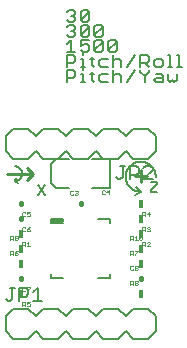
<source format=gbr>
G04 EAGLE Gerber RS-274X export*
G75*
%MOMM*%
%FSLAX34Y34*%
%LPD*%
%INSilkscreen Top*%
%IPPOS*%
%AMOC8*
5,1,8,0,0,1.08239X$1,22.5*%
G01*
%ADD10C,0.203200*%
%ADD11C,0.254000*%
%ADD12C,0.279400*%
%ADD13C,0.152400*%
%ADD14C,0.177800*%
%ADD15C,0.406400*%
%ADD16C,0.025400*%
%ADD17R,0.406400X0.711200*%
%ADD18C,0.127000*%


D10*
X20320Y133350D02*
X20478Y133352D01*
X20637Y133358D01*
X20795Y133368D01*
X20952Y133382D01*
X21110Y133399D01*
X21266Y133421D01*
X21423Y133446D01*
X21578Y133476D01*
X21733Y133509D01*
X21887Y133546D01*
X22040Y133587D01*
X22192Y133632D01*
X22342Y133681D01*
X22492Y133733D01*
X22640Y133789D01*
X22787Y133849D01*
X22932Y133912D01*
X23075Y133979D01*
X23217Y134049D01*
X23357Y134123D01*
X23495Y134201D01*
X23631Y134282D01*
X23765Y134366D01*
X23897Y134453D01*
X24027Y134544D01*
X24154Y134638D01*
X24279Y134735D01*
X24402Y134836D01*
X24522Y134939D01*
X24639Y135045D01*
X24754Y135154D01*
X24866Y135266D01*
X24975Y135381D01*
X25081Y135498D01*
X25184Y135618D01*
X25285Y135741D01*
X25382Y135866D01*
X25476Y135993D01*
X25567Y136123D01*
X25654Y136255D01*
X25738Y136389D01*
X25819Y136525D01*
X25897Y136663D01*
X25971Y136803D01*
X26041Y136945D01*
X26108Y137088D01*
X26171Y137233D01*
X26231Y137380D01*
X26287Y137528D01*
X26339Y137678D01*
X26388Y137828D01*
X26433Y137980D01*
X26474Y138133D01*
X26511Y138287D01*
X26544Y138442D01*
X26574Y138597D01*
X26599Y138754D01*
X26621Y138910D01*
X26638Y139068D01*
X26652Y139225D01*
X26662Y139383D01*
X26668Y139542D01*
X26670Y139700D01*
X26668Y139858D01*
X26662Y140017D01*
X26652Y140175D01*
X26638Y140332D01*
X26621Y140490D01*
X26599Y140646D01*
X26574Y140803D01*
X26544Y140958D01*
X26511Y141113D01*
X26474Y141267D01*
X26433Y141420D01*
X26388Y141572D01*
X26339Y141722D01*
X26287Y141872D01*
X26231Y142020D01*
X26171Y142167D01*
X26108Y142312D01*
X26041Y142455D01*
X25971Y142597D01*
X25897Y142737D01*
X25819Y142875D01*
X25738Y143011D01*
X25654Y143145D01*
X25567Y143277D01*
X25476Y143407D01*
X25382Y143534D01*
X25285Y143659D01*
X25184Y143782D01*
X25081Y143902D01*
X24975Y144019D01*
X24866Y144134D01*
X24754Y144246D01*
X24639Y144355D01*
X24522Y144461D01*
X24402Y144564D01*
X24279Y144665D01*
X24154Y144762D01*
X24027Y144856D01*
X23897Y144947D01*
X23765Y145034D01*
X23631Y145118D01*
X23495Y145199D01*
X23357Y145277D01*
X23217Y145351D01*
X23075Y145421D01*
X22932Y145488D01*
X22787Y145551D01*
X22640Y145611D01*
X22492Y145667D01*
X22342Y145719D01*
X22192Y145768D01*
X22040Y145813D01*
X21887Y145854D01*
X21733Y145891D01*
X21578Y145924D01*
X21423Y145954D01*
X21266Y145979D01*
X21110Y146001D01*
X20952Y146018D01*
X20795Y146032D01*
X20637Y146042D01*
X20478Y146048D01*
X20320Y146050D01*
X20320Y133350D02*
X22860Y132080D01*
X20320Y133350D02*
X21590Y135890D01*
X127000Y124460D02*
X126690Y124464D01*
X126380Y124475D01*
X126071Y124494D01*
X125762Y124521D01*
X125453Y124555D01*
X125146Y124596D01*
X124840Y124645D01*
X124535Y124702D01*
X124232Y124765D01*
X123930Y124837D01*
X123630Y124915D01*
X123332Y125001D01*
X123036Y125094D01*
X122743Y125195D01*
X122452Y125302D01*
X122164Y125417D01*
X121879Y125538D01*
X121596Y125667D01*
X121317Y125802D01*
X121042Y125944D01*
X120770Y126093D01*
X120501Y126249D01*
X120237Y126411D01*
X119977Y126579D01*
X119720Y126753D01*
X119468Y126934D01*
X119221Y127121D01*
X118978Y127314D01*
X118740Y127513D01*
X118507Y127717D01*
X118279Y127928D01*
X118056Y128143D01*
X117839Y128364D01*
X117627Y128591D01*
X117420Y128822D01*
X117220Y129058D01*
X117025Y129300D01*
X116836Y129545D01*
X116653Y129796D01*
X116476Y130051D01*
X116306Y130310D01*
X116142Y130573D01*
X115984Y130840D01*
X115833Y131111D01*
X115689Y131385D01*
X115551Y131663D01*
X115421Y131944D01*
X115297Y132228D01*
X115180Y132516D01*
X115070Y132806D01*
X114967Y133098D01*
X114872Y133393D01*
X114783Y133690D01*
X114702Y133990D01*
X114628Y134291D01*
X114562Y134594D01*
X114503Y134898D01*
X114452Y135204D01*
X114408Y135511D01*
X114371Y135819D01*
X114342Y136128D01*
X114321Y136437D01*
X114307Y136747D01*
X114300Y137057D01*
X114302Y137367D01*
X114311Y137677D01*
X114327Y137986D01*
X114351Y138295D01*
X114382Y138604D01*
X114421Y138912D01*
X114468Y139218D01*
X114522Y139523D01*
X114583Y139827D01*
X114652Y140130D01*
X114728Y140430D01*
X114812Y140729D01*
X114903Y141025D01*
X115001Y141320D01*
X115106Y141611D01*
X115218Y141900D01*
X115337Y142187D01*
X115463Y142470D01*
X115596Y142750D01*
X115736Y143027D01*
X115883Y143300D01*
X116036Y143570D01*
X116196Y143835D01*
X116362Y144097D01*
X116535Y144355D01*
X116713Y144608D01*
X116898Y144857D01*
X117089Y145101D01*
X117286Y145341D01*
X117489Y145576D01*
X117697Y145805D01*
X117911Y146030D01*
X118130Y146249D01*
X118355Y146463D01*
X118584Y146671D01*
X118819Y146874D01*
X119059Y147071D01*
X119303Y147262D01*
X119552Y147447D01*
X119805Y147625D01*
X120063Y147798D01*
X120325Y147964D01*
X120590Y148124D01*
X120860Y148277D01*
X121133Y148424D01*
X121410Y148564D01*
X121690Y148697D01*
X121973Y148823D01*
X122260Y148942D01*
X122549Y149054D01*
X122840Y149159D01*
X123135Y149257D01*
X123431Y149348D01*
X123730Y149432D01*
X124030Y149508D01*
X124333Y149577D01*
X124637Y149638D01*
X124942Y149692D01*
X125248Y149739D01*
X125556Y149778D01*
X125865Y149809D01*
X126174Y149833D01*
X126483Y149849D01*
X126793Y149858D01*
X127103Y149860D01*
X127413Y149853D01*
X127723Y149839D01*
X128032Y149818D01*
X128341Y149789D01*
X128649Y149752D01*
X128956Y149708D01*
X129262Y149657D01*
X129566Y149598D01*
X129869Y149532D01*
X130170Y149458D01*
X130470Y149377D01*
X130767Y149288D01*
X131062Y149193D01*
X131354Y149090D01*
X131644Y148980D01*
X131932Y148863D01*
X132216Y148739D01*
X132497Y148609D01*
X132775Y148471D01*
X133049Y148327D01*
X133320Y148176D01*
X133587Y148018D01*
X133850Y147854D01*
X134109Y147684D01*
X134364Y147507D01*
X134615Y147324D01*
X134860Y147135D01*
X135102Y146940D01*
X135338Y146740D01*
X135569Y146533D01*
X135796Y146321D01*
X136017Y146104D01*
X136232Y145881D01*
X136443Y145653D01*
X136647Y145420D01*
X136846Y145182D01*
X137039Y144939D01*
X137226Y144692D01*
X137407Y144440D01*
X137581Y144183D01*
X137749Y143923D01*
X137911Y143659D01*
X138067Y143390D01*
X138216Y143118D01*
X138358Y142843D01*
X138493Y142564D01*
X138622Y142281D01*
X138743Y141996D01*
X138858Y141708D01*
X138965Y141417D01*
X139066Y141124D01*
X139159Y140828D01*
X139245Y140530D01*
X139323Y140230D01*
X139395Y139928D01*
X139458Y139625D01*
X139515Y139320D01*
X139564Y139014D01*
X139605Y138707D01*
X139639Y138398D01*
X139666Y138089D01*
X139685Y137780D01*
X139696Y137470D01*
X139700Y137160D01*
X127000Y124460D02*
X123190Y128270D01*
X127000Y124460D02*
X121920Y121920D01*
D11*
X35560Y139700D02*
X13970Y139700D01*
X30480Y134620D02*
X35560Y139700D01*
X30480Y144780D01*
D12*
X126994Y142345D02*
X126994Y132345D01*
X131993Y137345D02*
X121994Y137345D01*
D13*
X45894Y121412D02*
X40132Y130055D01*
X45894Y130055D02*
X40132Y121412D01*
X135382Y132595D02*
X141144Y132595D01*
X141144Y131155D01*
X135382Y125393D01*
X135382Y123952D01*
X141144Y123952D01*
D14*
X64389Y263998D02*
X66211Y265820D01*
X69855Y265820D01*
X71677Y263998D01*
X71677Y262177D01*
X69855Y260355D01*
X68033Y260355D01*
X69855Y260355D02*
X71677Y258533D01*
X71677Y256711D01*
X69855Y254889D01*
X66211Y254889D01*
X64389Y256711D01*
X76083Y256711D02*
X76083Y263998D01*
X77905Y265820D01*
X81549Y265820D01*
X83371Y263998D01*
X83371Y256711D01*
X81549Y254889D01*
X77905Y254889D01*
X76083Y256711D01*
X83371Y263998D01*
X87777Y263998D02*
X87777Y256711D01*
X87777Y263998D02*
X89599Y265820D01*
X93243Y265820D01*
X95064Y263998D01*
X95064Y256711D01*
X93243Y254889D01*
X89599Y254889D01*
X87777Y256711D01*
X95064Y263998D01*
X66211Y278520D02*
X64389Y276698D01*
X66211Y278520D02*
X69855Y278520D01*
X71677Y276698D01*
X71677Y274877D01*
X69855Y273055D01*
X68033Y273055D01*
X69855Y273055D02*
X71677Y271233D01*
X71677Y269411D01*
X69855Y267589D01*
X66211Y267589D01*
X64389Y269411D01*
X76083Y269411D02*
X76083Y276698D01*
X77905Y278520D01*
X81549Y278520D01*
X83371Y276698D01*
X83371Y269411D01*
X81549Y267589D01*
X77905Y267589D01*
X76083Y269411D01*
X83371Y276698D01*
X68033Y253120D02*
X64389Y249477D01*
X68033Y253120D02*
X68033Y242189D01*
X64389Y242189D02*
X71677Y242189D01*
X76083Y253120D02*
X83371Y253120D01*
X76083Y253120D02*
X76083Y247655D01*
X79727Y249477D01*
X81549Y249477D01*
X83371Y247655D01*
X83371Y244011D01*
X81549Y242189D01*
X77905Y242189D01*
X76083Y244011D01*
X87777Y244011D02*
X87777Y251298D01*
X89599Y253120D01*
X93243Y253120D01*
X95064Y251298D01*
X95064Y244011D01*
X93243Y242189D01*
X89599Y242189D01*
X87777Y244011D01*
X95064Y251298D01*
X99471Y251298D02*
X99471Y244011D01*
X99471Y251298D02*
X101293Y253120D01*
X104937Y253120D01*
X106758Y251298D01*
X106758Y244011D01*
X104937Y242189D01*
X101293Y242189D01*
X99471Y244011D01*
X106758Y251298D01*
X64389Y240420D02*
X64389Y229489D01*
X64389Y240420D02*
X69855Y240420D01*
X71677Y238598D01*
X71677Y234955D01*
X69855Y233133D01*
X64389Y233133D01*
X76083Y236777D02*
X77905Y236777D01*
X77905Y229489D01*
X76083Y229489D02*
X79727Y229489D01*
X77905Y240420D02*
X77905Y242242D01*
X85701Y238598D02*
X85701Y231311D01*
X87523Y229489D01*
X87523Y236777D02*
X83879Y236777D01*
X93497Y236777D02*
X98962Y236777D01*
X93497Y236777D02*
X91675Y234955D01*
X91675Y231311D01*
X93497Y229489D01*
X98962Y229489D01*
X103369Y229489D02*
X103369Y240420D01*
X105191Y236777D02*
X103369Y234955D01*
X105191Y236777D02*
X108835Y236777D01*
X110656Y234955D01*
X110656Y229489D01*
X115063Y229489D02*
X122350Y240420D01*
X126757Y240420D02*
X126757Y229489D01*
X126757Y240420D02*
X132222Y240420D01*
X134044Y238598D01*
X134044Y234955D01*
X132222Y233133D01*
X126757Y233133D01*
X130401Y233133D02*
X134044Y229489D01*
X140273Y229489D02*
X143916Y229489D01*
X145738Y231311D01*
X145738Y234955D01*
X143916Y236777D01*
X140273Y236777D01*
X138451Y234955D01*
X138451Y231311D01*
X140273Y229489D01*
X150145Y240420D02*
X151967Y240420D01*
X151967Y229489D01*
X150145Y229489D02*
X153789Y229489D01*
X157941Y240420D02*
X159763Y240420D01*
X159763Y229489D01*
X161584Y229489D02*
X157941Y229489D01*
X64389Y227720D02*
X64389Y216789D01*
X64389Y227720D02*
X69855Y227720D01*
X71677Y225898D01*
X71677Y222255D01*
X69855Y220433D01*
X64389Y220433D01*
X76083Y224077D02*
X77905Y224077D01*
X77905Y216789D01*
X76083Y216789D02*
X79727Y216789D01*
X77905Y227720D02*
X77905Y229542D01*
X85701Y225898D02*
X85701Y218611D01*
X87523Y216789D01*
X87523Y224077D02*
X83879Y224077D01*
X93497Y224077D02*
X98962Y224077D01*
X93497Y224077D02*
X91675Y222255D01*
X91675Y218611D01*
X93497Y216789D01*
X98962Y216789D01*
X103369Y216789D02*
X103369Y227720D01*
X105191Y224077D02*
X103369Y222255D01*
X105191Y224077D02*
X108835Y224077D01*
X110656Y222255D01*
X110656Y216789D01*
X115063Y216789D02*
X122350Y227720D01*
X126757Y227720D02*
X126757Y225898D01*
X130401Y222255D01*
X134044Y225898D01*
X134044Y227720D01*
X130401Y222255D02*
X130401Y216789D01*
X140273Y224077D02*
X143916Y224077D01*
X145738Y222255D01*
X145738Y216789D01*
X140273Y216789D01*
X138451Y218611D01*
X140273Y220433D01*
X145738Y220433D01*
X150145Y218611D02*
X150145Y224077D01*
X150145Y218611D02*
X151967Y216789D01*
X153789Y218611D01*
X155610Y216789D01*
X157432Y218611D01*
X157432Y224077D01*
D15*
X76200Y114605D02*
X76200Y113995D01*
D16*
X69979Y124590D02*
X69344Y125225D01*
X68073Y125225D01*
X67437Y124590D01*
X67437Y122048D01*
X68073Y121412D01*
X69344Y121412D01*
X69979Y122048D01*
X71179Y124590D02*
X71815Y125225D01*
X73086Y125225D01*
X73721Y124590D01*
X73721Y123954D01*
X73086Y123319D01*
X72450Y123319D01*
X73086Y123319D02*
X73721Y122683D01*
X73721Y122048D01*
X73086Y121412D01*
X71815Y121412D01*
X71179Y122048D01*
D10*
X86200Y151700D02*
X101200Y151700D01*
X101200Y127700D01*
X86200Y127700D01*
X66200Y151700D02*
X55200Y151700D01*
X51200Y147700D01*
X51200Y131700D01*
X55200Y127700D01*
X66200Y127700D01*
D16*
X96149Y125766D02*
X96785Y125131D01*
X96149Y125766D02*
X94878Y125766D01*
X94243Y125131D01*
X94243Y122589D01*
X94878Y121953D01*
X96149Y121953D01*
X96785Y122589D01*
X99892Y121953D02*
X99892Y125766D01*
X97985Y123860D01*
X100527Y123860D01*
D15*
X25400Y114605D02*
X25400Y113995D01*
D16*
X28839Y107191D02*
X29475Y106556D01*
X28839Y107191D02*
X27568Y107191D01*
X26933Y106556D01*
X26933Y104014D01*
X27568Y103378D01*
X28839Y103378D01*
X29475Y104014D01*
X30675Y107191D02*
X33217Y107191D01*
X30675Y107191D02*
X30675Y105285D01*
X31946Y105920D01*
X32582Y105920D01*
X33217Y105285D01*
X33217Y104014D01*
X32582Y103378D01*
X31310Y103378D01*
X30675Y104014D01*
D15*
X25400Y101905D02*
X25400Y101295D01*
D16*
X28839Y94491D02*
X29475Y93856D01*
X28839Y94491D02*
X27568Y94491D01*
X26933Y93856D01*
X26933Y91314D01*
X27568Y90678D01*
X28839Y90678D01*
X29475Y91314D01*
X31946Y93856D02*
X33217Y94491D01*
X31946Y93856D02*
X30675Y92585D01*
X30675Y91314D01*
X31310Y90678D01*
X32582Y90678D01*
X33217Y91314D01*
X33217Y91949D01*
X32582Y92585D01*
X30675Y92585D01*
D17*
X25400Y88900D03*
D16*
X26933Y81791D02*
X26933Y77978D01*
X26933Y81791D02*
X28839Y81791D01*
X29475Y81156D01*
X29475Y79885D01*
X28839Y79249D01*
X26933Y79249D01*
X28204Y79249D02*
X29475Y77978D01*
X30675Y80520D02*
X31946Y81791D01*
X31946Y77978D01*
X30675Y77978D02*
X33217Y77978D01*
D10*
X51200Y98200D02*
X61200Y98200D01*
X51200Y98200D02*
X51200Y99200D01*
X51200Y100200D01*
X51200Y101200D01*
X91200Y51200D02*
X101200Y51200D01*
X101200Y54200D01*
X101200Y101200D02*
X91200Y101200D01*
X101200Y101200D02*
X101200Y98200D01*
X61200Y51200D02*
X51200Y51200D01*
X51200Y54200D01*
X51200Y101200D02*
X61200Y101200D01*
X61200Y99200D02*
X51200Y99200D01*
X51200Y100200D02*
X61200Y100200D01*
D17*
X127000Y88900D03*
D16*
X128533Y81791D02*
X128533Y77978D01*
X128533Y81791D02*
X130439Y81791D01*
X131075Y81156D01*
X131075Y79885D01*
X130439Y79249D01*
X128533Y79249D01*
X129804Y79249D02*
X131075Y77978D01*
X132275Y77978D02*
X134817Y77978D01*
X132275Y77978D02*
X134817Y80520D01*
X134817Y81156D01*
X134182Y81791D01*
X132910Y81791D01*
X132275Y81156D01*
D17*
X127000Y101600D03*
D16*
X128533Y94491D02*
X128533Y90678D01*
X128533Y94491D02*
X130439Y94491D01*
X131075Y93856D01*
X131075Y92585D01*
X130439Y91949D01*
X128533Y91949D01*
X129804Y91949D02*
X131075Y90678D01*
X132275Y93856D02*
X132910Y94491D01*
X134182Y94491D01*
X134817Y93856D01*
X134817Y93220D01*
X134182Y92585D01*
X133546Y92585D01*
X134182Y92585D02*
X134817Y91949D01*
X134817Y91314D01*
X134182Y90678D01*
X132910Y90678D01*
X132275Y91314D01*
D17*
X127000Y114300D03*
D16*
X128533Y107191D02*
X128533Y103378D01*
X128533Y107191D02*
X130439Y107191D01*
X131075Y106556D01*
X131075Y105285D01*
X130439Y104649D01*
X128533Y104649D01*
X129804Y104649D02*
X131075Y103378D01*
X134182Y103378D02*
X134182Y107191D01*
X132275Y105285D01*
X134817Y105285D01*
D17*
X25400Y38100D03*
D16*
X26933Y30991D02*
X26933Y27178D01*
X26933Y30991D02*
X28839Y30991D01*
X29475Y30356D01*
X29475Y29085D01*
X28839Y28449D01*
X26933Y28449D01*
X28204Y28449D02*
X29475Y27178D01*
X30675Y30991D02*
X33217Y30991D01*
X30675Y30991D02*
X30675Y29085D01*
X31946Y29720D01*
X32582Y29720D01*
X33217Y29085D01*
X33217Y27814D01*
X32582Y27178D01*
X31310Y27178D01*
X30675Y27814D01*
D17*
X25400Y63500D03*
D16*
X16637Y70612D02*
X16637Y74425D01*
X18544Y74425D01*
X19179Y73790D01*
X19179Y72519D01*
X18544Y71883D01*
X16637Y71883D01*
X17908Y71883D02*
X19179Y70612D01*
X21650Y73790D02*
X22921Y74425D01*
X21650Y73790D02*
X20379Y72519D01*
X20379Y71248D01*
X21015Y70612D01*
X22286Y70612D01*
X22921Y71248D01*
X22921Y71883D01*
X22286Y72519D01*
X20379Y72519D01*
D15*
X25400Y51105D02*
X25400Y50495D01*
D16*
X28839Y43691D02*
X29475Y43056D01*
X28839Y43691D02*
X27568Y43691D01*
X26933Y43056D01*
X26933Y40514D01*
X27568Y39878D01*
X28839Y39878D01*
X29475Y40514D01*
X30675Y43691D02*
X33217Y43691D01*
X33217Y43056D01*
X30675Y40514D01*
X30675Y39878D01*
D17*
X127000Y63500D03*
D16*
X118237Y70612D02*
X118237Y74425D01*
X120144Y74425D01*
X120779Y73790D01*
X120779Y72519D01*
X120144Y71883D01*
X118237Y71883D01*
X119508Y71883D02*
X120779Y70612D01*
X121979Y74425D02*
X124521Y74425D01*
X124521Y73790D01*
X121979Y71248D01*
X121979Y70612D01*
D17*
X127000Y38100D03*
D16*
X118237Y45212D02*
X118237Y49025D01*
X120144Y49025D01*
X120779Y48390D01*
X120779Y47119D01*
X120144Y46483D01*
X118237Y46483D01*
X119508Y46483D02*
X120779Y45212D01*
X121979Y48390D02*
X122615Y49025D01*
X123886Y49025D01*
X124521Y48390D01*
X124521Y47754D01*
X123886Y47119D01*
X124521Y46483D01*
X124521Y45848D01*
X123886Y45212D01*
X122615Y45212D01*
X121979Y45848D01*
X121979Y46483D01*
X122615Y47119D01*
X121979Y47754D01*
X121979Y48390D01*
X122615Y47119D02*
X123886Y47119D01*
D15*
X127000Y50495D02*
X127000Y51105D01*
D16*
X120779Y61090D02*
X120144Y61725D01*
X118873Y61725D01*
X118237Y61090D01*
X118237Y58548D01*
X118873Y57912D01*
X120144Y57912D01*
X120779Y58548D01*
X121979Y61090D02*
X122615Y61725D01*
X123886Y61725D01*
X124521Y61090D01*
X124521Y60454D01*
X123886Y59819D01*
X124521Y59183D01*
X124521Y58548D01*
X123886Y57912D01*
X122615Y57912D01*
X121979Y58548D01*
X121979Y59183D01*
X122615Y59819D01*
X121979Y60454D01*
X121979Y61090D01*
X122615Y59819D02*
X123886Y59819D01*
D10*
X107950Y25400D02*
X95250Y25400D01*
X107950Y25400D02*
X114300Y19050D01*
X114300Y6350D02*
X107950Y0D01*
X114300Y19050D02*
X120650Y25400D01*
X133350Y25400D01*
X139700Y19050D01*
X139700Y6350D02*
X133350Y0D01*
X120650Y0D01*
X114300Y6350D01*
X69850Y25400D02*
X63500Y19050D01*
X69850Y25400D02*
X82550Y25400D01*
X88900Y19050D01*
X88900Y6350D02*
X82550Y0D01*
X69850Y0D01*
X63500Y6350D01*
X88900Y19050D02*
X95250Y25400D01*
X88900Y6350D02*
X95250Y0D01*
X107950Y0D01*
X31750Y25400D02*
X19050Y25400D01*
X31750Y25400D02*
X38100Y19050D01*
X38100Y6350D02*
X31750Y0D01*
X38100Y19050D02*
X44450Y25400D01*
X57150Y25400D01*
X63500Y19050D01*
X63500Y6350D02*
X57150Y0D01*
X44450Y0D01*
X38100Y6350D01*
X12700Y6350D02*
X12700Y19050D01*
X19050Y25400D01*
X12700Y6350D02*
X19050Y0D01*
X31750Y0D01*
X139700Y6350D02*
X139700Y19050D01*
D18*
X14480Y31623D02*
X12573Y33530D01*
X14480Y31623D02*
X16386Y31623D01*
X18293Y33530D01*
X18293Y43063D01*
X16386Y43063D02*
X20200Y43063D01*
X24267Y43063D02*
X24267Y31623D01*
X24267Y43063D02*
X29987Y43063D01*
X31893Y41156D01*
X31893Y37343D01*
X29987Y35436D01*
X24267Y35436D01*
X35961Y39250D02*
X39774Y43063D01*
X39774Y31623D01*
X35961Y31623D02*
X43587Y31623D01*
D10*
X44450Y152400D02*
X57150Y152400D01*
X44450Y152400D02*
X38100Y158750D01*
X38100Y171450D02*
X44450Y177800D01*
X38100Y158750D02*
X31750Y152400D01*
X19050Y152400D01*
X12700Y158750D01*
X12700Y171450D02*
X19050Y177800D01*
X31750Y177800D01*
X38100Y171450D01*
X82550Y152400D02*
X88900Y158750D01*
X82550Y152400D02*
X69850Y152400D01*
X63500Y158750D01*
X63500Y171450D02*
X69850Y177800D01*
X82550Y177800D01*
X88900Y171450D01*
X63500Y158750D02*
X57150Y152400D01*
X63500Y171450D02*
X57150Y177800D01*
X44450Y177800D01*
X120650Y152400D02*
X133350Y152400D01*
X120650Y152400D02*
X114300Y158750D01*
X114300Y171450D02*
X120650Y177800D01*
X114300Y158750D02*
X107950Y152400D01*
X95250Y152400D01*
X88900Y158750D01*
X88900Y171450D02*
X95250Y177800D01*
X107950Y177800D01*
X114300Y171450D01*
X139700Y171450D02*
X139700Y158750D01*
X133350Y152400D01*
X139700Y171450D02*
X133350Y177800D01*
X120650Y177800D01*
X12700Y171450D02*
X12700Y158750D01*
D18*
X106015Y136654D02*
X107922Y134747D01*
X109828Y134747D01*
X111735Y136654D01*
X111735Y146187D01*
X109828Y146187D02*
X113642Y146187D01*
X117709Y146187D02*
X117709Y134747D01*
X117709Y146187D02*
X123429Y146187D01*
X125336Y144280D01*
X125336Y140467D01*
X123429Y138560D01*
X117709Y138560D01*
X129403Y134747D02*
X137029Y134747D01*
X129403Y134747D02*
X137029Y142374D01*
X137029Y144280D01*
X135123Y146187D01*
X131310Y146187D01*
X129403Y144280D01*
D17*
X25400Y76200D03*
D16*
X16637Y83312D02*
X16637Y87125D01*
X18544Y87125D01*
X19179Y86490D01*
X19179Y85219D01*
X18544Y84583D01*
X16637Y84583D01*
X17908Y84583D02*
X19179Y83312D01*
X20379Y83948D02*
X21015Y83312D01*
X22286Y83312D01*
X22921Y83948D01*
X22921Y86490D01*
X22286Y87125D01*
X21015Y87125D01*
X20379Y86490D01*
X20379Y85854D01*
X21015Y85219D01*
X22921Y85219D01*
D17*
X127000Y76200D03*
D16*
X118237Y83312D02*
X118237Y87125D01*
X120144Y87125D01*
X120779Y86490D01*
X120779Y85219D01*
X120144Y84583D01*
X118237Y84583D01*
X119508Y84583D02*
X120779Y83312D01*
X121979Y85854D02*
X123250Y87125D01*
X123250Y83312D01*
X121979Y83312D02*
X124521Y83312D01*
X125721Y83948D02*
X125721Y86490D01*
X126357Y87125D01*
X127628Y87125D01*
X128263Y86490D01*
X128263Y83948D01*
X127628Y83312D01*
X126357Y83312D01*
X125721Y83948D01*
X128263Y86490D01*
M02*

</source>
